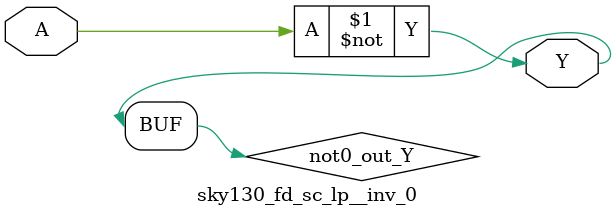
<source format=v>
/*
 * Copyright 2020 The SkyWater PDK Authors
 *
 * Licensed under the Apache License, Version 2.0 (the "License");
 * you may not use this file except in compliance with the License.
 * You may obtain a copy of the License at
 *
 *     https://www.apache.org/licenses/LICENSE-2.0
 *
 * Unless required by applicable law or agreed to in writing, software
 * distributed under the License is distributed on an "AS IS" BASIS,
 * WITHOUT WARRANTIES OR CONDITIONS OF ANY KIND, either express or implied.
 * See the License for the specific language governing permissions and
 * limitations under the License.
 *
 * SPDX-License-Identifier: Apache-2.0
*/


`ifndef SKY130_FD_SC_LP__INV_0_FUNCTIONAL_V
`define SKY130_FD_SC_LP__INV_0_FUNCTIONAL_V

/**
 * inv: Inverter.
 *
 * Verilog simulation functional model.
 */

`timescale 1ns / 1ps
`default_nettype none

`celldefine
module sky130_fd_sc_lp__inv_0 (
    Y,
    A
);

    // Module ports
    output Y;
    input  A;

    // Local signals
    wire not0_out_Y;

    //  Name  Output      Other arguments
    not not0 (not0_out_Y, A              );
    buf buf0 (Y         , not0_out_Y     );

endmodule
`endcelldefine

`default_nettype wire
`endif  // SKY130_FD_SC_LP__INV_0_FUNCTIONAL_V

</source>
